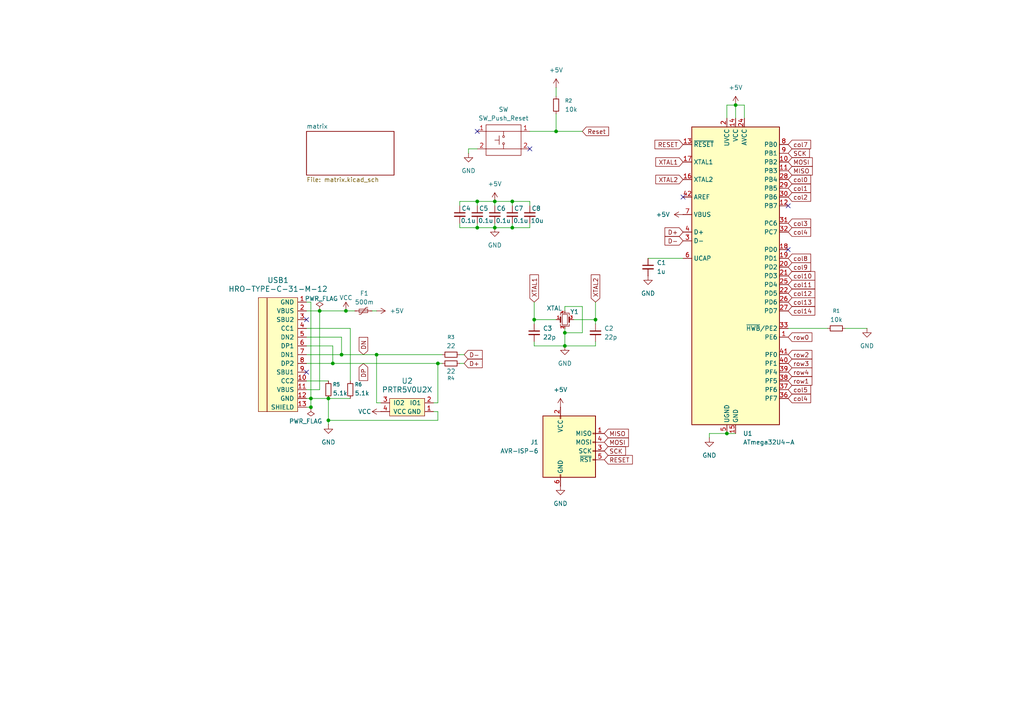
<source format=kicad_sch>
(kicad_sch (version 20250114) (generator "eeschema") (generator_version "9.0")
  (paper "A4")
  (lib_symbols
    (symbol "Connector:AVR-ISP-6" (pin_names (offset 1.016))
      (property "Reference" "J" (at -6.35 11.43 0))
      (property "Value" "AVR-ISP-6" (at 0 11.43 0))
      (symbol "AVR-ISP-6_0_1"
        (rectangle (start -2.667 10.16) (end -2.413 9.398))
        (rectangle (start -2.667 -6.858) (end -2.413 -7.62))
        (rectangle (start 7.62 10.16) (end -7.62 -7.62) (stroke (width 0.254)) (fill (type background)))
        (rectangle (start 7.62 5.207) (end 6.858 4.953))
        (rectangle (start 7.62 2.667) (end 6.858 2.413))
        (rectangle (start 7.62 0.127) (end 6.858 -0.127))
        (rectangle (start 7.62 -2.413) (end 6.858 -2.667))
      )
      (symbol "AVR-ISP-6_1_1"
        (pin passive line (at -2.54 12.7 270) (length 2.54) (name "VCC") (number "2"))
        (pin passive line (at -2.54 -10.16 90) (length 2.54) (name "GND") (number "6"))
        (pin passive line (at 10.16 5.08 180) (length 2.54) (name "MISO") (number "1"))
        (pin passive line (at 10.16 2.54 180) (length 2.54) (name "MOSI") (number "4"))
        (pin passive line (at 10.16 0 180) (length 2.54) (name "SCK") (number "3"))
        (pin passive line (at 10.16 -2.54 180) (length 2.54) (name "~{RST}") (number "5"))
      )
    )
    (symbol "Device:C_Small" (pin_numbers (hide yes)) (pin_names (offset 0.254) (hide yes))
      (property "Reference" "C" (at 0.254 1.778 0))
      (property "Value" "C_Small" (at 0.254 -2.032 0))
      (symbol "C_Small_0_1"
        (polyline (pts (xy -1.524 0.508) (xy 1.524 0.508)) (stroke (width 0.3048)))
        (polyline (pts (xy -1.524 -0.508) (xy 1.524 -0.508)) (stroke (width 0.3302)))
      )
      (symbol "C_Small_1_1"
        (pin passive line (at 0 2.54 270) (length 2.032) (name "~") (number "1"))
        (pin passive line (at 0 -2.54 90) (length 2.032) (name "~") (number "2"))
      )
    )
    (symbol "Device:Crystal_GND24_Small" (pin_names (offset 1.016) (hide yes))
      (property "Reference" "Y" (at 1.27 4.445 0))
      (property "Value" "Crystal_GND24_Small" (at 1.27 2.54 0))
      (symbol "Crystal_GND24_Small_0_1"
        (polyline (pts (xy -1.27 1.27) (xy -1.27 1.905) (xy 1.27 1.905) (xy 1.27 1.27)))
        (polyline (pts (xy -1.27 -0.762) (xy -1.27 0.762)) (stroke (width 0.381)))
        (polyline (pts (xy -1.27 -1.27) (xy -1.27 -1.905) (xy 1.27 -1.905) (xy 1.27 -1.27)))
        (rectangle (start -0.762 -1.524) (end 0.762 1.524))
        (polyline (pts (xy 1.27 -0.762) (xy 1.27 0.762)) (stroke (width 0.381)))
      )
      (symbol "Crystal_GND24_Small_1_1"
        (pin passive line (at -2.54 0 0) (length 1.27) (name "1") (number "1"))
        (pin passive line (at 0 2.54 270) (length 0.635) (name "4") (number "4"))
        (pin passive line (at 0 -2.54 90) (length 0.635) (name "2") (number "2"))
        (pin passive line (at 2.54 0 180) (length 1.27) (name "3") (number "3"))
      )
    )
    (symbol "Device:Polyfuse_Small" (pin_numbers (hide yes)) (pin_names (offset 0))
      (property "Reference" "F" (at -1.905 0 90))
      (property "Value" "Polyfuse_Small" (at 1.905 0 90))
      (symbol "Polyfuse_Small_0_1"
        (polyline (pts (xy -1.016 1.27) (xy -1.016 0.762) (xy 1.016 -0.762) (xy 1.016 -1.27)))
        (rectangle (start -0.508 1.27) (end 0.508 -1.27))
        (polyline (pts (xy 0 2.54) (xy 0 -2.54)))
      )
      (symbol "Polyfuse_Small_1_1"
        (pin passive line (at 0 2.54 270) (length 0.635) (name "~") (number "1"))
        (pin passive line (at 0 -2.54 90) (length 0.635) (name "~") (number "2"))
      )
    )
    (symbol "Device:R_Small" (pin_numbers (hide yes)) (pin_names (offset 0.254) (hide yes))
      (property "Reference" "R" (at 0 0 90))
      (property "Value" "R_Small" (at 1.778 0 90))
      (symbol "R_Small_0_1"
        (rectangle (start -0.762 1.778) (end 0.762 -1.778) (stroke (width 0.2032)))
      )
      (symbol "R_Small_1_1"
        (pin passive line (at 0 2.54 270) (length 0.762) (name "~") (number "1"))
        (pin passive line (at 0 -2.54 90) (length 0.762) (name "~") (number "2"))
      )
    )
    (symbol "MCU_Microchip_ATmega:ATmega32U4-A"
      (property "Reference" "U" (at -12.7 44.45 0))
      (property "Value" "ATmega32U4-A" (at 2.54 -44.45 0))
      (symbol "ATmega32U4-A_0_1"
        (rectangle (start -12.7 -43.18) (end 12.7 43.18) (stroke (width 0.254)) (fill (type background)))
      )
      (symbol "ATmega32U4-A_1_1"
        (pin input line (at -15.24 38.1 0) (length 2.54) (name "~{RESET}") (number "13"))
        (pin input line (at -15.24 33.02 0) (length 2.54) (name "XTAL1") (number "17"))
        (pin output line (at -15.24 27.94 0) (length 2.54) (name "XTAL2") (number "16"))
        (pin passive line (at -15.24 22.86 0) (length 2.54) (name "AREF") (number "42"))
        (pin input line (at -15.24 17.78 0) (length 2.54) (name "VBUS") (number "7"))
        (pin bidirectional line (at -15.24 12.7 0) (length 2.54) (name "D+") (number "4"))
        (pin bidirectional line (at -15.24 10.16 0) (length 2.54) (name "D-") (number "3"))
        (pin passive line (at -15.24 5.08 0) (length 2.54) (name "UCAP") (number "6"))
        (pin power_in line (at -2.54 45.72 270) (length 2.54) (name "UVCC") (number "2"))
        (pin passive line (at -2.54 -45.72 90) (length 2.54) (name "UGND") (number "5"))
        (pin power_in line (at 0 45.72 270) (length 2.54) (name "VCC") (number "14"))
        (pin passive line (at 0 45.72 270) (length 2.54) (hide yes) (name "VCC") (number "34"))
        (pin power_in line (at 0 -45.72 90) (length 2.54) (name "GND") (number "15"))
        (pin passive line (at 0 -45.72 90) (length 2.54) (hide yes) (name "GND") (number "23"))
        (pin passive line (at 0 -45.72 90) (length 2.54) (hide yes) (name "GND") (number "35"))
        (pin passive line (at 0 -45.72 90) (length 2.54) (hide yes) (name "GND") (number "43"))
        (pin power_in line (at 2.54 45.72 270) (length 2.54) (name "AVCC") (number "24"))
        (pin passive line (at 2.54 45.72 270) (length 2.54) (hide yes) (name "AVCC") (number "44"))
        (pin bidirectional line (at 15.24 38.1 180) (length 2.54) (name "PB0") (number "8"))
        (pin bidirectional line (at 15.24 35.56 180) (length 2.54) (name "PB1") (number "9"))
        (pin bidirectional line (at 15.24 33.02 180) (length 2.54) (name "PB2") (number "10"))
        (pin bidirectional line (at 15.24 30.48 180) (length 2.54) (name "PB3") (number "11"))
        (pin bidirectional line (at 15.24 27.94 180) (length 2.54) (name "PB4") (number "28"))
        (pin bidirectional line (at 15.24 25.4 180) (length 2.54) (name "PB5") (number "29"))
        (pin bidirectional line (at 15.24 22.86 180) (length 2.54) (name "PB6") (number "30"))
        (pin bidirectional line (at 15.24 20.32 180) (length 2.54) (name "PB7") (number "12"))
        (pin bidirectional line (at 15.24 15.24 180) (length 2.54) (name "PC6") (number "31"))
        (pin bidirectional line (at 15.24 12.7 180) (length 2.54) (name "PC7") (number "32"))
        (pin bidirectional line (at 15.24 7.62 180) (length 2.54) (name "PD0") (number "18"))
        (pin bidirectional line (at 15.24 5.08 180) (length 2.54) (name "PD1") (number "19"))
        (pin bidirectional line (at 15.24 2.54 180) (length 2.54) (name "PD2") (number "20"))
        (pin bidirectional line (at 15.24 0 180) (length 2.54) (name "PD3") (number "21"))
        (pin bidirectional line (at 15.24 -2.54 180) (length 2.54) (name "PD4") (number "25"))
        (pin bidirectional line (at 15.24 -5.08 180) (length 2.54) (name "PD5") (number "22"))
        (pin bidirectional line (at 15.24 -7.62 180) (length 2.54) (name "PD6") (number "26"))
        (pin bidirectional line (at 15.24 -10.16 180) (length 2.54) (name "PD7") (number "27"))
        (pin bidirectional line (at 15.24 -15.24 180) (length 2.54) (name "~{HWB}/PE2") (number "33"))
        (pin bidirectional line (at 15.24 -17.78 180) (length 2.54) (name "PE6") (number "1"))
        (pin bidirectional line (at 15.24 -22.86 180) (length 2.54) (name "PF0") (number "41"))
        (pin bidirectional line (at 15.24 -25.4 180) (length 2.54) (name "PF1") (number "40"))
        (pin bidirectional line (at 15.24 -27.94 180) (length 2.54) (name "PF4") (number "39"))
        (pin bidirectional line (at 15.24 -30.48 180) (length 2.54) (name "PF5") (number "38"))
        (pin bidirectional line (at 15.24 -33.02 180) (length 2.54) (name "PF6") (number "37"))
        (pin bidirectional line (at 15.24 -35.56 180) (length 2.54) (name "PF7") (number "36"))
      )
    )
    (symbol "Type-C:HRO-TYPE-C-31-M-12" (pin_names (offset 1.016))
      (property "Reference" "USB" (at -5.08 16.51 0))
      (property "Value" "HRO-TYPE-C-31-M-12" (at -10.16 -1.27 90))
      (symbol "HRO-TYPE-C-31-M-12_0_1"
        (rectangle (start -11.43 15.24) (end -8.89 -17.78) (fill (type background)))
        (rectangle (start 0 -17.78) (end -8.89 15.24) (fill (type background)))
      )
      (symbol "HRO-TYPE-C-31-M-12_1_1"
        (pin input line (at 2.54 13.97 180) (length 2.54) (name "GND") (number "1"))
        (pin input line (at 2.54 11.43 180) (length 2.54) (name "VBUS") (number "2"))
        (pin input line (at 2.54 8.89 180) (length 2.54) (name "SBU2") (number "3"))
        (pin input line (at 2.54 6.35 180) (length 2.54) (name "CC1") (number "4"))
        (pin input line (at 2.54 3.81 180) (length 2.54) (name "DN2") (number "5"))
        (pin input line (at 2.54 1.27 180) (length 2.54) (name "DP1") (number "6"))
        (pin input line (at 2.54 -1.27 180) (length 2.54) (name "DN1") (number "7"))
        (pin input line (at 2.54 -3.81 180) (length 2.54) (name "DP2") (number "8"))
        (pin input line (at 2.54 -6.35 180) (length 2.54) (name "SBU1") (number "9"))
        (pin input line (at 2.54 -8.89 180) (length 2.54) (name "CC2") (number "10"))
        (pin input line (at 2.54 -11.43 180) (length 2.54) (name "VBUS") (number "11"))
        (pin input line (at 2.54 -13.97 180) (length 2.54) (name "GND") (number "12"))
        (pin input line (at 2.54 -16.51 180) (length 2.54) (name "SHIELD") (number "13"))
      )
    )
    (symbol "local:SW_SKQG"
      (property "Reference" "SW" (at 0 5.588 0))
      (symbol "SW_SKQG_0_1"
        (rectangle (start -5.08 4.445) (end 5.08 -4.445))
        (polyline (pts (xy -5.08 2.54) (xy 5.08 2.54)))
        (polyline (pts (xy -5.08 -2.54) (xy 5.08 -2.54)))
        (polyline (pts (xy -1.27 -1.27) (xy -1.27 1.27) (xy -1.27 0) (xy -2.54 0)))
        (polyline (pts (xy 0 2.54) (xy 0 1.27)))
        (circle (center 0 1.016) (radius 0.2794))
        (circle (center 0 -1.016) (radius 0.2794))
        (polyline (pts (xy 0 -2.54) (xy 0 -1.27)))
      )
      (symbol "SW_SKQG_1_1"
        (pin passive line (at -7.62 2.54 0) (length 2.54) (name "") (number "1"))
        (pin passive line (at -7.62 -2.54 0) (length 2.54) (name "") (number "2"))
        (pin passive line (at 7.62 2.54 180) (length 2.54) (name "") (number "1"))
        (pin passive line (at 7.62 -2.54 180) (length 2.54) (name "") (number "2"))
      )
    )
    (symbol "power:+5V" (power) (pin_numbers (hide yes)) (pin_names (offset 0) (hide yes))
      (property "Value" "+5V" (at 0 3.556 0))
      (symbol "+5V_0_1"
        (polyline (pts (xy -0.762 1.27) (xy 0 2.54)))
        (polyline (pts (xy 0 2.54) (xy 0.762 1.27)))
        (polyline (pts (xy 0 0) (xy 0 2.54)))
      )
      (symbol "+5V_1_1"
        (pin power_in line (at 0 0 90) (length 0) (name "~") (number "1"))
      )
    )
    (symbol "power:GND" (power) (pin_numbers (hide yes)) (pin_names (offset 0) (hide yes))
      (property "Value" "GND" (at 0 -3.81 0))
      (symbol "GND_0_1"
        (polyline (pts (xy 0 0) (xy 0 -1.27) (xy 1.27 -1.27) (xy 0 -2.54) (xy -1.27 -1.27) (xy 0 -1.27)))
      )
      (symbol "GND_1_1"
        (pin power_in line (at 0 0 270) (length 0) (name "~") (number "1"))
      )
    )
    (symbol "power:PWR_FLAG" (power) (pin_numbers (hide yes)) (pin_names (offset 0) (hide yes))
      (property "Value" "PWR_FLAG" (at 0 3.81 0))
      (symbol "PWR_FLAG_0_0"
        (pin power_out line (at 0 0 90) (length 0) (name "~") (number "1"))
      )
      (symbol "PWR_FLAG_0_1"
        (polyline (pts (xy 0 0) (xy 0 1.27) (xy -1.016 1.905) (xy 0 2.54) (xy 1.016 1.905) (xy 0 1.27)))
      )
    )
    (symbol "power:VCC" (power) (pin_numbers (hide yes)) (pin_names (offset 0) (hide yes))
      (property "Value" "VCC" (at 0 3.556 0))
      (symbol "VCC_0_1"
        (polyline (pts (xy -0.762 1.27) (xy 0 2.54)))
        (polyline (pts (xy 0 2.54) (xy 0.762 1.27)))
        (polyline (pts (xy 0 0) (xy 0 2.54)))
      )
      (symbol "VCC_1_1"
        (pin power_in line (at 0 0 90) (length 0) (name "~") (number "1"))
      )
    )
    (symbol "random-keyboard-parts:PRTR5V0U2X" (pin_names (offset 1.016))
      (property "Reference" "U" (at 0 3.81 0))
      (property "Value" "PRTR5V0U2X" (at 0 -3.81 0))
      (symbol "PRTR5V0U2X_0_1"
        (rectangle (start -5.08 2.54) (end 5.08 -2.54) (fill (type background)))
      )
      (symbol "PRTR5V0U2X_1_1"
        (pin input line (at -7.62 1.27 0) (length 2.54) (name "GND") (number "1"))
        (pin input line (at -7.62 -1.27 0) (length 2.54) (name "IO1") (number "2"))
        (pin input line (at 7.62 1.27 180) (length 2.54) (name "VCC") (number "4"))
        (pin input line (at 7.62 -1.27 180) (length 2.54) (name "IO2") (number "3"))
      )
    )
  )
  (junction (at 138.43 66.04))
  (junction (at 161.29 38.1))
  (junction (at 100.33 90.17))
  (junction (at 163.83 96.52))
  (junction (at 148.59 58.42))
  (junction (at 210.82 125.73))
  (junction (at 109.22 102.87))
  (junction (at 99.06 102.87))
  (junction (at 95.25 115.57))
  (junction (at 143.51 58.42))
  (junction (at 138.43 58.42))
  (junction (at 96.52 105.41))
  (junction (at 163.83 100.33))
  (junction (at 172.72 92.71))
  (junction (at 127 105.41))
  (junction (at 92.71 90.17))
  (junction (at 143.51 66.04))
  (junction (at 90.17 118.11))
  (junction (at 148.59 66.04))
  (junction (at 95.25 121.92))
  (junction (at 154.94 92.71))
  (junction (at 90.17 115.57))
  (junction (at 213.36 30.48))
  (no_connect (at 88.9 92.71))
  (no_connect (at 198.12 57.15))
  (no_connect (at 228.6 72.39))
  (no_connect (at 153.67 43.18))
  (no_connect (at 138.43 38.1))
  (no_connect (at 228.6 59.69))
  (no_connect (at 88.9 107.95))
  (wire (pts (xy 153.67 64.77) (xy 153.67 66.04)))
  (wire (pts (xy 245.11 95.25) (xy 251.46 95.25)))
  (wire (pts (xy 107.95 90.17) (xy 109.22 90.17)))
  (wire (pts (xy 163.83 95.25) (xy 163.83 96.52)))
  (wire (pts (xy 163.83 100.33) (xy 172.72 100.33)))
  (wire (pts (xy 88.9 105.41) (xy 96.52 105.41)))
  (wire (pts (xy 96.52 100.33) (xy 96.52 105.41)))
  (wire (pts (xy 172.72 92.71) (xy 172.72 93.98)))
  (wire (pts (xy 210.82 125.73) (xy 205.74 125.73)))
  (wire (pts (xy 154.94 92.71) (xy 161.29 92.71)))
  (wire (pts (xy 92.71 90.17) (xy 100.33 90.17)))
  (wire (pts (xy 95.25 115.57) (xy 101.6 115.57)))
  (wire (pts (xy 90.17 115.57) (xy 88.9 115.57)))
  (wire (pts (xy 148.59 58.42) (xy 148.59 59.69)))
  (wire (pts (xy 133.35 102.87) (xy 134.62 102.87)))
  (wire (pts (xy 110.49 116.84) (xy 109.22 116.84)))
  (wire (pts (xy 172.72 87.63) (xy 172.72 92.71)))
  (wire (pts (xy 168.91 88.9) (xy 163.83 88.9)))
  (wire (pts (xy 100.33 90.17) (xy 102.87 90.17)))
  (wire (pts (xy 163.83 96.52) (xy 168.91 96.52)))
  (wire (pts (xy 161.29 33.02) (xy 161.29 38.1)))
  (wire (pts (xy 92.71 113.03) (xy 92.71 90.17)))
  (wire (pts (xy 88.9 87.63) (xy 90.17 87.63)))
  (wire (pts (xy 88.9 100.33) (xy 96.52 100.33)))
  (wire (pts (xy 90.17 115.57) (xy 95.25 115.57)))
  (wire (pts (xy 133.35 59.69) (xy 133.35 58.42)))
  (wire (pts (xy 215.9 30.48) (xy 215.9 34.29)))
  (wire (pts (xy 133.35 105.41) (xy 134.62 105.41)))
  (wire (pts (xy 138.43 58.42) (xy 138.43 59.69)))
  (wire (pts (xy 95.25 115.57) (xy 95.25 121.92)))
  (wire (pts (xy 138.43 43.18) (xy 135.89 43.18)))
  (wire (pts (xy 88.9 95.25) (xy 101.6 95.25)))
  (wire (pts (xy 143.51 66.04) (xy 148.59 66.04)))
  (wire (pts (xy 161.29 38.1) (xy 168.91 38.1)))
  (wire (pts (xy 205.74 125.73) (xy 205.74 127)))
  (wire (pts (xy 163.83 88.9) (xy 163.83 90.17)))
  (wire (pts (xy 148.59 66.04) (xy 153.67 66.04)))
  (wire (pts (xy 213.36 125.73) (xy 210.82 125.73)))
  (wire (pts (xy 187.96 74.93) (xy 198.12 74.93)))
  (wire (pts (xy 138.43 66.04) (xy 143.51 66.04)))
  (wire (pts (xy 90.17 118.11) (xy 90.17 115.57)))
  (wire (pts (xy 154.94 92.71) (xy 154.94 93.98)))
  (wire (pts (xy 127 119.38) (xy 127 121.92)))
  (wire (pts (xy 138.43 58.42) (xy 143.51 58.42)))
  (wire (pts (xy 125.73 119.38) (xy 127 119.38)))
  (wire (pts (xy 88.9 97.79) (xy 99.06 97.79)))
  (wire (pts (xy 96.52 105.41) (xy 127 105.41)))
  (wire (pts (xy 228.6 95.25) (xy 240.03 95.25)))
  (wire (pts (xy 161.29 27.94) (xy 161.29 25.4)))
  (wire (pts (xy 154.94 100.33) (xy 163.83 100.33)))
  (wire (pts (xy 133.35 66.04) (xy 138.43 66.04)))
  (wire (pts (xy 125.73 116.84) (xy 127 116.84)))
  (wire (pts (xy 148.59 64.77) (xy 148.59 66.04)))
  (wire (pts (xy 153.67 38.1) (xy 161.29 38.1)))
  (wire (pts (xy 88.9 118.11) (xy 90.17 118.11)))
  (wire (pts (xy 109.22 102.87) (xy 99.06 102.87)))
  (wire (pts (xy 88.9 110.49) (xy 95.25 110.49)))
  (wire (pts (xy 127 105.41) (xy 128.27 105.41)))
  (wire (pts (xy 143.51 58.42) (xy 143.51 59.69)))
  (wire (pts (xy 101.6 95.25) (xy 101.6 110.49)))
  (wire (pts (xy 95.25 121.92) (xy 127 121.92)))
  (wire (pts (xy 143.51 58.42) (xy 148.59 58.42)))
  (wire (pts (xy 88.9 90.17) (xy 92.71 90.17)))
  (wire (pts (xy 90.17 87.63) (xy 90.17 115.57)))
  (wire (pts (xy 166.37 92.71) (xy 172.72 92.71)))
  (wire (pts (xy 154.94 87.63) (xy 154.94 92.71)))
  (wire (pts (xy 213.36 30.48) (xy 213.36 34.29)))
  (wire (pts (xy 163.83 96.52) (xy 163.83 100.33)))
  (wire (pts (xy 143.51 64.77) (xy 143.51 66.04)))
  (wire (pts (xy 88.9 113.03) (xy 92.71 113.03)))
  (wire (pts (xy 153.67 58.42) (xy 153.67 59.69)))
  (wire (pts (xy 127 105.41) (xy 127 116.84)))
  (wire (pts (xy 95.25 121.92) (xy 95.25 123.19)))
  (wire (pts (xy 133.35 58.42) (xy 138.43 58.42)))
  (wire (pts (xy 210.82 30.48) (xy 213.36 30.48)))
  (wire (pts (xy 135.89 43.18) (xy 135.89 44.45)))
  (wire (pts (xy 109.22 102.87) (xy 109.22 116.84)))
  (wire (pts (xy 210.82 34.29) (xy 210.82 30.48)))
  (wire (pts (xy 88.9 102.87) (xy 99.06 102.87)))
  (wire (pts (xy 133.35 64.77) (xy 133.35 66.04)))
  (wire (pts (xy 172.72 100.33) (xy 172.72 99.06)))
  (wire (pts (xy 148.59 58.42) (xy 153.67 58.42)))
  (wire (pts (xy 168.91 96.52) (xy 168.91 88.9)))
  (wire (pts (xy 138.43 64.77) (xy 138.43 66.04)))
  (wire (pts (xy 213.36 30.48) (xy 215.9 30.48)))
  (wire (pts (xy 154.94 99.06) (xy 154.94 100.33)))
  (wire (pts (xy 128.27 102.87) (xy 109.22 102.87)))
  (wire (pts (xy 99.06 97.79) (xy 99.06 102.87)))
  (global_label "row1" (shape input) (at 228.6 110.49 0) (property "Intersheetrefs" "${INTERSHEET_REFS}" (effects (hide yes))))
  (global_label "SCK" (shape input) (at 175.26 130.81 0) (property "Intersheetrefs" "${INTERSHEET_REFS}" (effects (hide yes))))
  (global_label "col9" (shape input) (at 228.6 77.47 0) (property "Intersheetrefs" "${INTERSHEET_REFS}" (effects (hide yes))))
  (global_label "SCK" (shape input) (at 228.6 44.45 0) (property "Intersheetrefs" "${INTERSHEET_REFS}" (effects (hide yes))))
  (global_label "col4" (shape input) (at 228.6 115.57 0) (property "Intersheetrefs" "${INTERSHEET_REFS}" (effects (hide yes))))
  (global_label "col7" (shape input) (at 228.6 41.91 0) (property "Intersheetrefs" "${INTERSHEET_REFS}" (effects (hide yes))))
  (global_label "Reset" (shape input) (at 168.91 38.1 0) (property "Intersheetrefs" "${INTERSHEET_REFS}" (effects (hide yes))))
  (global_label "row2" (shape input) (at 228.6 102.87 0) (property "Intersheetrefs" "${INTERSHEET_REFS}" (effects (hide yes))))
  (global_label "col5" (shape input) (at 228.6 113.03 0) (property "Intersheetrefs" "${INTERSHEET_REFS}" (effects (hide yes))))
  (global_label "col2" (shape input) (at 228.6 57.15 0) (property "Intersheetrefs" "${INTERSHEET_REFS}" (effects (hide yes))))
  (global_label "col10" (shape input) (at 228.6 80.01 0) (property "Intersheetrefs" "${INTERSHEET_REFS}" (effects (hide yes))))
  (global_label "col3" (shape input) (at 228.6 64.77 0) (property "Intersheetrefs" "${INTERSHEET_REFS}" (effects (hide yes))))
  (global_label "MOSI" (shape input) (at 228.6 46.99 0) (property "Intersheetrefs" "${INTERSHEET_REFS}" (effects (hide yes))))
  (global_label "XTAL1" (shape input) (at 154.94 87.63 90) (property "Intersheetrefs" "${INTERSHEET_REFS}" (effects (hide yes))))
  (global_label "MISO" (shape input) (at 175.26 125.73 0) (property "Intersheetrefs" "${INTERSHEET_REFS}" (effects (hide yes))))
  (global_label "col12" (shape input) (at 228.6 85.09 0) (property "Intersheetrefs" "${INTERSHEET_REFS}" (effects (hide yes))))
  (global_label "MOSI" (shape input) (at 175.26 128.27 0) (property "Intersheetrefs" "${INTERSHEET_REFS}" (effects (hide yes))))
  (global_label "D-" (shape input) (at 134.62 102.87 0) (property "Intersheetrefs" "${INTERSHEET_REFS}" (effects (hide yes))))
  (global_label "col14" (shape input) (at 228.6 90.17 0) (property "Intersheetrefs" "${INTERSHEET_REFS}" (effects (hide yes))))
  (global_label "D-" (shape input) (at 198.12 69.85 180) (property "Intersheetrefs" "${INTERSHEET_REFS}" (effects (hide yes))))
  (global_label "RESET" (shape input) (at 198.12 41.91 180) (property "Intersheetrefs" "${INTERSHEET_REFS}" (effects (hide yes))))
  (global_label "RESET" (shape input) (at 175.26 133.35 0) (property "Intersheetrefs" "${INTERSHEET_REFS}" (effects (hide yes))))
  (global_label "DN" (shape input) (at 105.41 102.87 90) (property "Intersheetrefs" "${INTERSHEET_REFS}" (effects (hide yes))))
  (global_label "XTAL1" (shape input) (at 198.12 46.99 180) (property "Intersheetrefs" "${INTERSHEET_REFS}" (effects (hide yes))))
  (global_label "col8" (shape input) (at 228.6 74.93 0) (property "Intersheetrefs" "${INTERSHEET_REFS}" (effects (hide yes))))
  (global_label "col1" (shape input) (at 228.6 54.61 0) (property "Intersheetrefs" "${INTERSHEET_REFS}" (effects (hide yes))))
  (global_label "col13" (shape input) (at 228.6 87.63 0) (property "Intersheetrefs" "${INTERSHEET_REFS}" (effects (hide yes))))
  (global_label "XTAL2" (shape input) (at 172.72 87.63 90) (property "Intersheetrefs" "${INTERSHEET_REFS}" (effects (hide yes))))
  (global_label "D+" (shape input) (at 134.62 105.41 0) (property "Intersheetrefs" "${INTERSHEET_REFS}" (effects (hide yes))))
  (global_label "XTAL2" (shape input) (at 198.12 52.07 180) (property "Intersheetrefs" "${INTERSHEET_REFS}" (effects (hide yes))))
  (global_label "row4" (shape input) (at 228.6 107.95 0) (property "Intersheetrefs" "${INTERSHEET_REFS}" (effects (hide yes))))
  (global_label "row3" (shape input) (at 228.6 105.41 0) (property "Intersheetrefs" "${INTERSHEET_REFS}" (effects (hide yes))))
  (global_label "row0" (shape input) (at 228.6 97.79 0) (property "Intersheetrefs" "${INTERSHEET_REFS}" (effects (hide yes))))
  (global_label "col4" (shape input) (at 228.6 67.31 0) (property "Intersheetrefs" "${INTERSHEET_REFS}" (effects (hide yes))))
  (global_label "MISO" (shape input) (at 228.6 49.53 0) (property "Intersheetrefs" "${INTERSHEET_REFS}" (effects (hide yes))))
  (global_label "col11" (shape input) (at 228.6 82.55 0) (property "Intersheetrefs" "${INTERSHEET_REFS}" (effects (hide yes))))
  (global_label "col0" (shape input) (at 228.6 52.07 0) (property "Intersheetrefs" "${INTERSHEET_REFS}" (effects (hide yes))))
  (global_label "DP" (shape input) (at 105.41 105.41 270) (property "Intersheetrefs" "${INTERSHEET_REFS}" (effects (hide yes))))
  (global_label "D+" (shape input) (at 198.12 67.31 180) (property "Intersheetrefs" "${INTERSHEET_REFS}" (effects (hide yes))))
  (symbol (lib_id "power:+5V") (at 162.56 118.11 0) (unit 1)
    (property "Reference" "#PWR08" (effects (hide yes)))
    (property "Value" "+5V" (at 162.56 113.03 0))
    (property "Description" "Power symbol creates a global label with name \"+5V\"" (effects (hide yes)))
  )
  (symbol (lib_id "power:+5V") (at 109.22 90.17 270) (unit 1)
    (property "Reference" "#PWR013" (effects (hide yes)))
    (property "Value" "+5V" (at 113.03 90.1699 90) (effects (justify left)))
    (property "Description" "Power symbol creates a global label with name \"+5V\"" (effects (hide yes)))
  )
  (symbol (lib_id "Device:C_Small") (at 138.43 62.23 0) (unit 1)
    (property "Reference" "C5" (at 138.938 60.452 0) (effects (justify left)))
    (property "Value" "0.1u" (at 138.684 64.008 0) (effects (justify left)))
    (property "Description" "Unpolarized capacitor, small symbol" (effects (hide yes)))
  )
  (symbol (lib_id "Device:C_Small") (at 154.94 96.52 0) (unit 1)
    (property "Reference" "C3" (at 157.48 95.2562 0) (effects (justify left)))
    (property "Value" "22p" (at 157.48 97.7962 0) (effects (justify left)))
    (property "Description" "Unpolarized capacitor, small symbol" (effects (hide yes)))
  )
  (symbol (lib_id "power:+5V") (at 143.51 58.42 0) (unit 1)
    (property "Reference" "#PWR07" (effects (hide yes)))
    (property "Value" "+5V" (at 143.51 53.34 0))
    (property "Description" "Power symbol creates a global label with name \"+5V\"" (effects (hide yes)))
  )
  (symbol (lib_id "MCU_Microchip_ATmega:ATmega32U4-A") (at 213.36 80.01 0) (unit 1)
    (property "Reference" "U1" (at 215.5033 125.73 0) (effects (justify left)))
    (property "Value" "ATmega32U4-A" (at 215.5033 128.27 0) (effects (justify left)))
    (property "Footprint" "Package_QFP:TQFP-44_10x10mm_P0.8mm" (effects (hide yes)))
    (property "Datasheet" "http://ww1.microchip.com/downloads/en/DeviceDoc/Atmel-7766-8-bit-AVR-ATmega16U4-32U4_Datasheet.pdf" (effects (hide yes)))
    (property "Description" "16MHz, 32kB Flash, 2.5kB SRAM, 1kB EEPROM, USB 2.0, TQFP-44" (effects (hide yes)))
  )
  (symbol (lib_id "power:VCC") (at 110.49 119.38 90) (unit 1)
    (property "Reference" "#PWR015" (effects (hide yes)))
    (property "Value" "VCC" (at 107.696 119.38 90) (effects (justify left)))
    (property "Description" "Power symbol creates a global label with name \"VCC\"" (effects (hide yes)))
  )
  (symbol (lib_id "power:+5V") (at 213.36 30.48 0) (unit 1)
    (property "Reference" "#PWR01" (effects (hide yes)))
    (property "Value" "+5V" (at 213.36 25.4 0))
    (property "Description" "Power symbol creates a global label with name \"+5V\"" (effects (hide yes)))
  )
  (symbol (lib_id "Device:R_Small") (at 130.81 102.87 90) (unit 1)
    (property "Reference" "R3" (at 130.81 97.79 90) (effects (font (size 1.016 1.016))))
    (property "Value" "22" (at 130.81 100.33 90))
    (property "Description" "Resistor, small symbol" (effects (hide yes)))
  )
  (symbol (lib_id "power:GND") (at 135.89 44.45 0) (unit 1)
    (property "Reference" "#PWR011" (effects (hide yes)))
    (property "Value" "GND" (at 135.89 49.53 0))
    (property "Description" "Power symbol creates a global label with name \"GND\" , ground" (effects (hide yes)))
  )
  (symbol (lib_id "power:PWR_FLAG") (at 92.71 90.17 0) (unit 1)
    (property "Reference" "#FLG02" (effects (hide yes)))
    (property "Value" "PWR_FLAG" (at 93.218 86.614 0))
    (property "Description" "Special symbol for telling ERC where power comes from" (effects (hide yes)))
  )
  (symbol (lib_id "Device:Polyfuse_Small") (at 105.41 90.17 90) (unit 1)
    (property "Reference" "F1" (at 105.664 85.09 90))
    (property "Value" "500m" (at 105.664 87.63 90))
    (property "Description" "Resettable fuse, polymeric positive temperature coefficient, small symbol" (effects (hide yes)))
  )
  (symbol (lib_id "Device:C_Small") (at 172.72 96.52 0) (unit 1)
    (property "Reference" "C2" (at 175.26 95.2562 0) (effects (justify left)))
    (property "Value" "22p" (at 175.26 97.7962 0) (effects (justify left)))
    (property "Description" "Unpolarized capacitor, small symbol" (effects (hide yes)))
  )
  (symbol (lib_id "power:GND") (at 95.25 123.19 0) (unit 1)
    (property "Reference" "#PWR014" (effects (hide yes)))
    (property "Value" "GND" (at 95.25 128.27 0))
    (property "Description" "Power symbol creates a global label with name \"GND\" , ground" (effects (hide yes)))
  )
  (symbol (lib_id "Device:R_Small") (at 95.25 113.03 180) (unit 1)
    (property "Reference" "R5" (at 96.52 111.506 0) (effects (font (size 1.016 1.016)) (justify right)))
    (property "Value" "5.1k" (at 96.52 114.046 0) (effects (justify right)))
    (property "Description" "Resistor, small symbol" (effects (hide yes)))
  )
  (symbol (lib_id "Device:R_Small") (at 161.29 30.48 180) (unit 1)
    (property "Reference" "R2" (at 163.83 29.2099 0) (effects (font (size 1.016 1.016)) (justify right)))
    (property "Value" "10k" (at 163.83 31.7499 0) (effects (justify right)))
    (property "Description" "Resistor, small symbol" (effects (hide yes)))
  )
  (symbol (lib_id "power:+5V") (at 198.12 62.23 90) (unit 1)
    (property "Reference" "#PWR016" (effects (hide yes)))
    (property "Value" "+5V" (at 194.31 62.2299 90) (effects (justify left)))
    (property "Description" "Power symbol creates a global label with name \"+5V\"" (effects (hide yes)))
  )
  (symbol (lib_id "Connector:AVR-ISP-6") (at 165.1 130.81 0) (unit 1)
    (property "Reference" "J1" (at 156.21 128.2699 0) (effects (justify right)))
    (property "Value" "AVR-ISP-6" (at 156.21 130.8099 0) (effects (justify right)))
    (property "Description" "Atmel 6-pin ISP connector" (effects (hide yes)))
  )
  (symbol (lib_id "random-keyboard-parts:PRTR5V0U2X") (at 118.11 118.11 180) (unit 1)
    (property "Reference" "U2" (at 118.11 110.49 0) (effects (font (size 1.524 1.524))))
    (property "Value" "PRTR5V0U2X" (at 118.11 113.03 0) (effects (font (size 1.524 1.524))))
  )
  (symbol (lib_id "power:GND") (at 143.51 66.04 0) (unit 1)
    (property "Reference" "#PWR06" (effects (hide yes)))
    (property "Value" "GND" (at 143.51 71.12 0))
    (property "Description" "Power symbol creates a global label with name \"GND\" , ground" (effects (hide yes)))
  )
  (symbol (lib_id "Device:C_Small") (at 143.51 62.23 0) (unit 1)
    (property "Reference" "C6" (at 144.018 60.452 0) (effects (justify left)))
    (property "Value" "0.1u" (at 143.764 64.008 0) (effects (justify left)))
    (property "Description" "Unpolarized capacitor, small symbol" (effects (hide yes)))
  )
  (symbol (lib_id "Type-C:HRO-TYPE-C-31-M-12") (at 86.36 101.6 0) (unit 1)
    (property "Reference" "USB1" (at 80.645 81.28 0) (effects (font (size 1.524 1.524))))
    (property "Value" "HRO-TYPE-C-31-M-12" (at 80.645 83.82 0) (effects (font (size 1.524 1.524))))
  )
  (symbol (lib_id "power:VCC") (at 100.33 90.17 0) (unit 1)
    (property "Reference" "#PWR012" (effects (hide yes)))
    (property "Value" "VCC" (at 100.33 86.36 0))
    (property "Description" "Power symbol creates a global label with name \"VCC\"" (effects (hide yes)))
  )
  (symbol (lib_id "power:GND") (at 205.74 127 0) (unit 1)
    (property "Reference" "#PWR02" (effects (hide yes)))
    (property "Value" "GND" (at 205.74 132.08 0))
    (property "Description" "Power symbol creates a global label with name \"GND\" , ground" (effects (hide yes)))
  )
  (symbol (lib_id "power:PWR_FLAG") (at 90.17 118.11 180) (unit 1)
    (property "Reference" "#FLG01" (effects (hide yes)))
    (property "Value" "PWR_FLAG" (at 88.646 122.174 0))
    (property "Description" "Special symbol for telling ERC where power comes from" (effects (hide yes)))
  )
  (symbol (lib_id "power:GND") (at 251.46 95.25 0) (unit 1)
    (property "Reference" "#PWR03" (effects (hide yes)))
    (property "Value" "GND" (at 251.46 100.33 0))
    (property "Description" "Power symbol creates a global label with name \"GND\" , ground" (effects (hide yes)))
  )
  (symbol (lib_id "power:GND") (at 163.83 100.33 0) (unit 1)
    (property "Reference" "#PWR05" (effects (hide yes)))
    (property "Value" "GND" (at 163.83 105.41 0))
    (property "Description" "Power symbol creates a global label with name \"GND\" , ground" (effects (hide yes)))
  )
  (symbol (lib_id "Device:R_Small") (at 130.81 105.41 90) (unit 1)
    (property "Reference" "R4" (at 130.81 109.728 90) (effects (font (size 1.016 1.016))))
    (property "Value" "22" (at 130.81 107.696 90))
    (property "Description" "Resistor, small symbol" (effects (hide yes)))
  )
  (symbol (lib_id "Device:R_Small") (at 101.6 113.03 180) (unit 1)
    (property "Reference" "R6" (at 102.87 111.506 0) (effects (font (size 1.016 1.016)) (justify right)))
    (property "Value" "5.1k" (at 102.87 114.046 0) (effects (justify right)))
    (property "Description" "Resistor, small symbol" (effects (hide yes)))
  )
  (symbol (lib_id "power:GND") (at 187.96 80.01 0) (unit 1)
    (property "Reference" "#PWR04" (effects (hide yes)))
    (property "Value" "GND" (at 187.96 85.09 0))
    (property "Description" "Power symbol creates a global label with name \"GND\" , ground" (effects (hide yes)))
  )
  (symbol (lib_id "Device:C_Small") (at 148.59 62.23 0) (unit 1)
    (property "Reference" "C7" (at 149.098 60.452 0) (effects (justify left)))
    (property "Value" "0.1u" (at 148.844 64.008 0) (effects (justify left)))
    (property "Description" "Unpolarized capacitor, small symbol" (effects (hide yes)))
  )
  (symbol (lib_id "Device:C_Small") (at 153.67 62.23 0) (unit 1)
    (property "Reference" "C8" (at 154.178 60.452 0) (effects (justify left)))
    (property "Value" "10u" (at 153.924 64.008 0) (effects (justify left)))
    (property "Description" "Unpolarized capacitor, small symbol" (effects (hide yes)))
  )
  (symbol (lib_id "Device:C_Small") (at 187.96 77.47 0) (unit 1)
    (property "Reference" "C1" (at 190.5 76.2062 0) (effects (justify left)))
    (property "Value" "1u" (at 190.5 78.7462 0) (effects (justify left)))
    (property "Description" "Unpolarized capacitor, small symbol" (effects (hide yes)))
  )
  (symbol (lib_id "power:+5V") (at 161.29 25.4 0) (unit 1)
    (property "Reference" "#PWR010" (effects (hide yes)))
    (property "Value" "+5V" (at 161.29 20.32 0))
    (property "Description" "Power symbol creates a global label with name \"+5V\"" (effects (hide yes)))
  )
  (symbol (lib_id "Device:Crystal_GND24_Small") (at 163.83 92.71 0) (unit 1)
    (property "Reference" "Y1" (at 166.624 90.424 0))
    (property "Value" "XTAL" (at 160.782 89.408 0))
    (property "Description" "Four pin crystal, GND on pins 2 and 4, small symbol" (effects (hide yes)))
  )
  (symbol (lib_id "local:SW_SKQG") (at 146.05 40.64 0) (unit 1)
    (property "Reference" "SW" (at 146.05 31.75 0))
    (property "Value" "SW_Push_Reset" (at 146.05 34.29 0))
  )
  (symbol (lib_id "Device:C_Small") (at 133.35 62.23 0) (unit 1)
    (property "Reference" "C4" (at 133.858 60.452 0) (effects (justify left)))
    (property "Value" "0.1u" (at 133.604 64.008 0) (effects (justify left)))
    (property "Description" "Unpolarized capacitor, small symbol" (effects (hide yes)))
  )
  (symbol (lib_id "Device:R_Small") (at 242.57 95.25 90) (unit 1)
    (property "Reference" "R1" (at 242.57 90.17 90) (effects (font (size 1.016 1.016))))
    (property "Value" "10k" (at 242.57 92.71 90))
    (property "Description" "Resistor, small symbol" (effects (hide yes)))
  )
  (symbol (lib_id "power:GND") (at 162.56 140.97 0) (unit 1)
    (property "Reference" "#PWR09" (effects (hide yes)))
    (property "Value" "GND" (at 162.56 146.05 0))
    (property "Description" "Power symbol creates a global label with name \"GND\" , ground" (effects (hide yes)))
  )
  (sheet (at 88.9 38.1) (size 25.4 12.7) (stroke (width 0.1524))
    (property "Sheetname" "matrix" (at 88.9 37.3884 0) (effects (justify left bottom)))
    (property "Sheetfile" "matrix.kicad_sch" (at 88.9 51.3846 0) (effects (justify left top)))
  )
)
</source>
